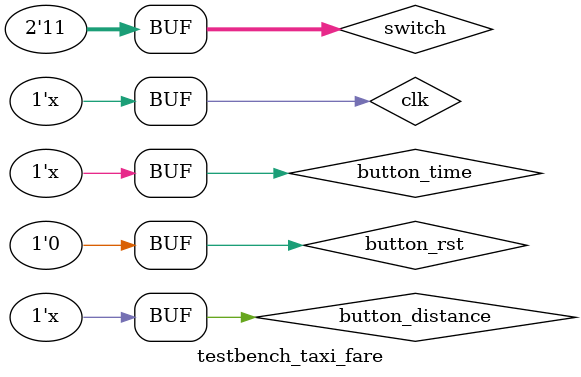
<source format=v>
`include "global_define.v"

module testbench_taxi_fare();

reg clk;
reg[1:0] switch;
reg button_rst, button_distance, button_time;
wire[3:0] led_selector;
wire[7:0] led_data;

taxi_fare instance_taxi_fare(
    .clk(clk),
    .switch(switch),
    .button_rst(button_rst),
    .button_distance(button_distance),
    .button_time(button_time),
    .led_selector(led_selector),
    .led_data(led_data)
);

always begin
    #1;
    clk <= ~clk;
end

initial begin
    clk <= 1'b1;
    switch <= 2'b00;
    button_rst <= 1'b0;
    button_distance <= 1'b0;
    button_time <= 1'b0;

    #5;
    button_rst <= 1'b1;
    #5;
    button_rst <= 1'b0;

    repeat(21) begin
        #1
        button_time <= ~button_time;
        #1
        button_time <= ~button_time;
    end

    #5;
    button_rst <= 1'b1;
    #5;
    button_rst <= 1'b0;

    repeat(2) begin
        #1
        button_time <= ~button_time;
        #1
        button_time <= ~button_time;
    end

    repeat(6) begin
        #1
        button_distance <= ~button_distance;
        #1
        button_distance <= ~button_distance;
    end

    #15;
    switch <= 2'b01;
    #15;
    switch <= 2'b10;
    #15;
    switch <= 2'b11;

end

endmodule
</source>
